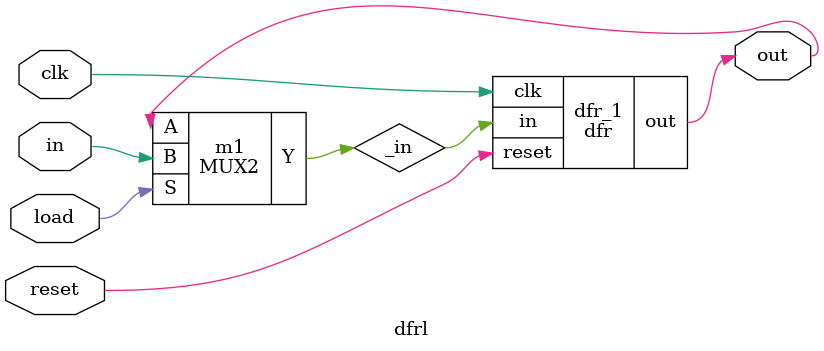
<source format=v>
module and1(input wire A,B, output wire Y);
assign Y = A & B;
endmodule

module or1(input wire A,B, output wire Y);
assign Y = A | B;
endmodule

module not1(input wire A, output wire Y);
assign Y=~A;
endmodule

module nand1(input wire A,B, output wire Y);
wire x;
and1 a1(A,B,x);
not1 a2(x,Y);
endmodule


module nor1(input wire A,B, output wire Y);
wire x;
or1 a1(A,B,x);
not1 a2(x,Y);
endmodule


module xor1(input wire A,B, output wire C);
wire x,y,p,q;
not1 n1(A,x);
not1 n2(B,y);
and1 a1(B,x,p);
and1 a2(A,y,q);
or1 o1(p,q,C);
endmodule

module xnor1(input wire A,B, output wire C);
wire x,y,p,q;
not1 n1(A,x);
not1 n2(B,y);
and1 a1(y,x,p);
and1 a2(A,B,q);
or1 o1(p,q,C);
endmodule


module FA(input wire a, b, cin, output wire sum, cout);
wire x,y,p,q,r;
xor1 x0(a, b,x);
xor1 x1(x, cin, sum);
and1 a0(a, b, p);
and1 a1(a, cin, q);
and1 a2(b, cin, r);
or1 o0(p,q,y);
or1 o1(y,r, cout);
endmodule

module MUX2(input wire A,B,S, output wire Y);
assign Y=(S==0)?A:B;
endmodule

module MUX4 (input wire [0:3] i, input wire j1, j0, output wire o);
wire x,y;
MUX2 M1(i[0],i[1],j1,x);
MUX2 M2(i[2],i[3],j1,y);
MUX2 M3(x,y,j0,o);
endmodule

module MUX8 (input wire [0:7] i, input wire j2, j1, j0, output wire o);
  wire  t0, t1;
  MUX4 m1 (i[0:3], j2, j1, t0);
  MUX4 m2 (i[4:7], j2, j1, t1);
  MUX2 m3 (t0, t1, j0, o);
endmodule

module addsub(input wire i0,i1,add_sub,cin,output wire cout,sumdiff);
	wire t;
	xor1 x2(i1,add_sub,t);
	FA f0(i0,t,cin,sumdiff,cout);
endmodule

module alu_slice(input wire [1:0]op,input wire i0,i1,cin,output wire o,cout);
	wire t_sumdiff,t_and,t_or,t_andor;
	addsub b1(i0,i1,op[0],cin,cout,sumdiff);
	and1 a4(i0,i1,t_and);
	or1 o2(i0,i1,t_or);	
	MUX2 m1(t_and,t_or,op[0],t_andor);
	MUX2 m2(t_andor,sumdiff,op[1],o);
endmodule

module alu (input wire [1:0] op, input wire [15:0] i0, i1,
    output wire [15:0] o, output wire cout);
	wire [14:0]c;
	alu_slice p0(op,i0[0],i1[0],op[0],o[0],c[0]);
	alu_slice p1(op,i0[1],i1[1],c[0],o[1],c[1]);
	alu_slice p2(op,i0[2],i1[2],c[1],o[2],c[2]);
	alu_slice p3(op,i0[3],i1[3],c[2],o[3],c[3]);
	alu_slice p4(op,i0[4],i1[4],c[3],o[4],c[4]);
	alu_slice p5(op,i0[5],i1[5],c[4],o[5],c[5]);
	alu_slice p6(op,i0[6],i1[6],c[5],o[6],c[6]);
	alu_slice p7(op,i0[7],i1[7],c[6],o[7],c[7]);			
	alu_slice p8(op,i0[8],i1[8],c[7],o[8],c[8]);
	alu_slice p9(op,i0[9],i1[9],c[8],o[9],c[9]);
	alu_slice p10(op,i0[10],i1[10],c[9],o[10],c[10]);
	alu_slice p11(op,i0[11],i1[11],c[10],o[11],c[11]);
	alu_slice p12(op,i0[12],i1[12],c[11],o[12],c[12]);
	alu_slice p13(op,i0[13],i1[13],c[12],o[13],c[13]);
	alu_slice p14(op,i0[14],i1[14],c[13],o[14],c[14]);
	alu_slice p15(op,i0[15],i1[15],c[14],o[15],cout);
endmodule

module demux2 (input wire i, j, output wire o0, o1);
  assign o0 = (j==0)?i:1'b0;
  assign o1 = (j==1)?i:1'b0;
endmodule

module demux4 (input wire i, j1, j0, output wire [0:3] o);
  wire  t0, t1;
  demux2 demux2_0 (i, j1, t0, t1);
  demux2 demux2_1 (t0, j0, o[0], o[1]);
  demux2 demux2_2 (t1, j0, o[2], o[3]);
endmodule

module demux8 (input wire i, j2, j1, j0, output wire [0:7] o);
  wire  t0, t1;
  demux2 demux2_0 (i, j2, t0, t1);
  demux4 demux4_0 (t0, j1, j0, o[0:3]);
  demux4 demux4_1 (t1, j1, j0, o[4:7]);
endmodule

module df (input wire clk, in, output wire out);
  reg df_out;
  always@(posedge clk) df_out <= in;
  assign out = df_out;
endmodule

module dfr (input wire clk, reset, in, output wire out);
  wire reset_, df_in;
 or1 o1 (reset,in, reset_);
  and1 a1 (in, reset_, df_in);
  df df_0 (clk, df_in, out);
endmodule

module dfrl (input wire clk, reset, load, in, output wire out);
  wire _in;
 MUX2 m1(out, in, load, _in);
  dfr dfr_1(clk, reset, _in, out);
endmodule


</source>
